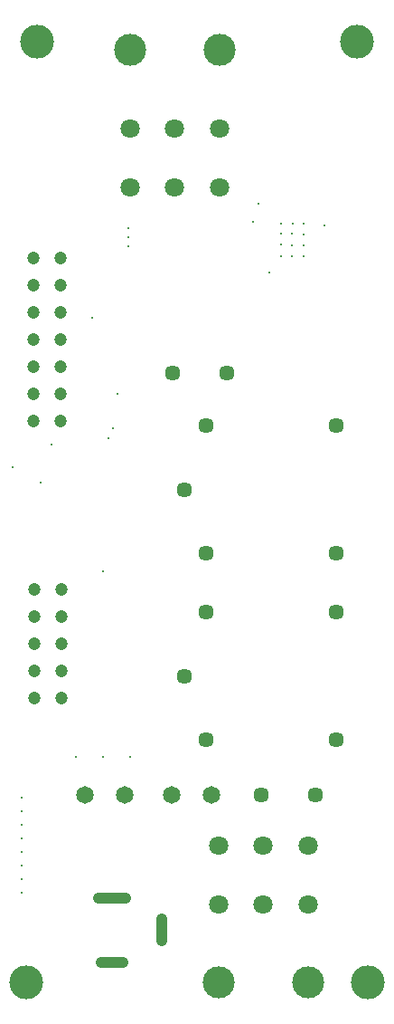
<source format=gbr>
M48
INCH
T01C0.013
T02C0.0394
T03C0.0472
T04C0.057
T05C0.0571
T06C0.0646
T07C0.0709
T08C0.1181
T09C0.125
%
T01
X+008881Y+032887
X+008881Y+032562
X+008871Y+032237
X+007540Y+029610
X+008460Y+026800
X+008300Y+025530
X+008140Y+025150
X+006046Y+024924
X+005623Y+023537
X+004619Y+024088
X+007950Y+020250
X+007930Y+013440
X+006930Y+013440
X+008930Y+013440
X+004930Y+011940
X+004930Y+011440
X+004930Y+010940
X+004930Y+010440
X+004930Y+009940
X+004930Y+009440
X+004930Y+008940
X+004930Y+008440
X+014078Y+031263
X+014500Y+031870
X+014920Y+031870
X+015330Y+031870
X+015330Y+032280
X+015330Y+032680
X+015330Y+033070
X+014930Y+033070
X+014920Y+032690
X+014910Y+032280
X+014510Y+032290
X+014500Y+032690
X+014510Y+033060
X+013460Y+033130
X+013664Y+033812
X+016105Y+032995
T02
X+008763Y+008241G85X+007779Y+008241
X+010121Y+006667G85X+010121Y+007454
X+008664Y+005879G85X+007877Y+005879
T03
X+006391Y+015604
X+006391Y+016604
X+006391Y+017604
X+006391Y+018604
X+006391Y+019604
X+005391Y+019604
X+005391Y+018604
X+005391Y+017604
X+005391Y+016604
X+005391Y+015604
X+005377Y+025785
X+005377Y+026785
X+005377Y+027785
X+005377Y+028785
X+005377Y+029785
X+005377Y+030785
X+005377Y+031785
X+006377Y+031785
X+006377Y+030785
X+006377Y+029785
X+006377Y+028785
X+006377Y+027785
X+006377Y+026785
X+006377Y+025785
T04
X+013780Y+012040
X+015780Y+012040
X+012490Y+027580
X+010490Y+027580
T05
X+010928Y+016401
X+011728Y+014051
X+011728Y+018751
X+011728Y+020921
X+010928Y+023271
X+011728Y+025621
X+016528Y+025621
X+016528Y+020921
X+016528Y+018751
X+016528Y+014051
T06
X+011930Y+012040
X+010489Y+012040
X+008729Y+012040
X+007288Y+012040
T07
X+015505Y+007995
X+013851Y+007995
X+012198Y+007995
X+012198Y+010161
X+013851Y+010161
X+015505Y+010161
X+012237Y+034413
X+010584Y+034413
X+008930Y+034413
X+008930Y+036578
X+010584Y+036578
X+012237Y+036578
T08
X+008930Y+039452
X+012237Y+039452
X+012198Y+005121
X+015505Y+005121
T09
X+005111Y+005121
X+017710Y+005121
X+017316Y+039767
X+005505Y+039767
T00
M30

</source>
